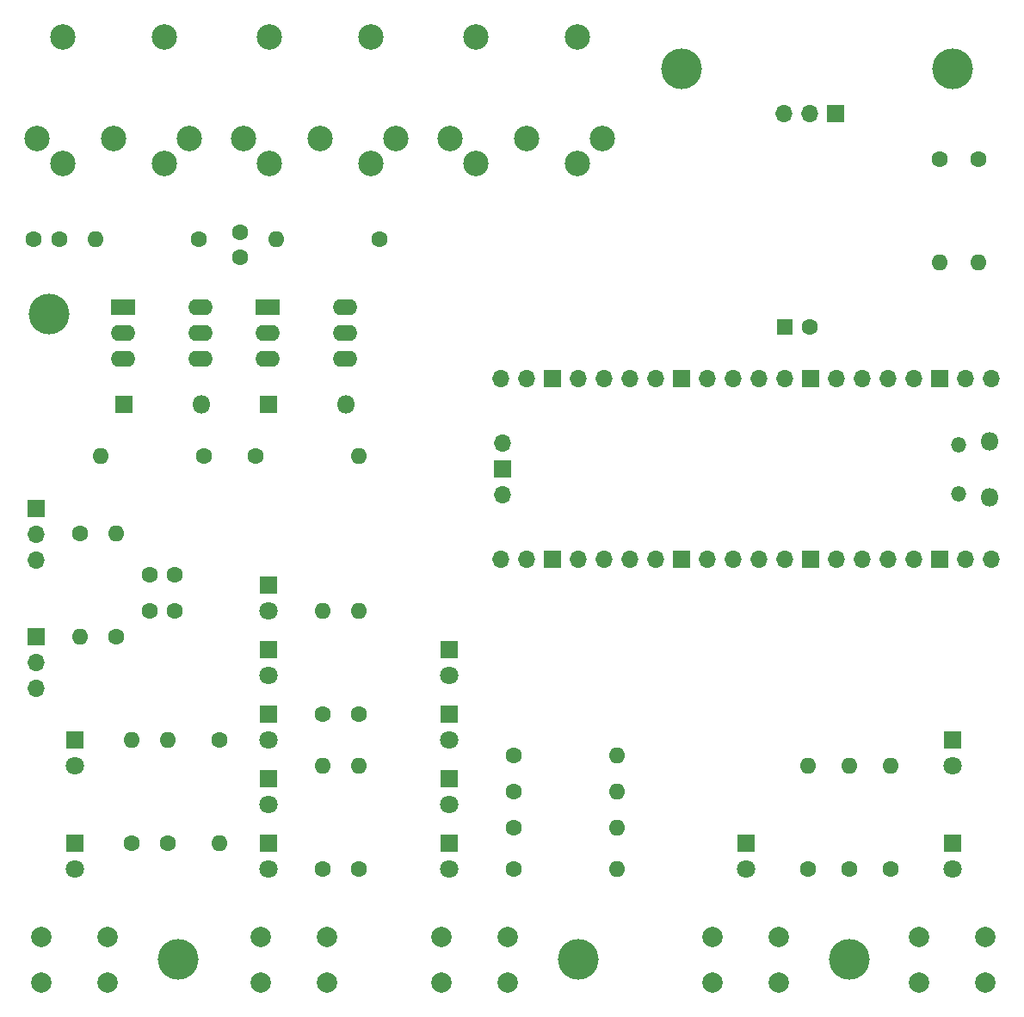
<source format=gts>
G04 #@! TF.GenerationSoftware,KiCad,Pcbnew,7.0.1*
G04 #@! TF.CreationDate,2023-07-01T12:51:21-04:00*
G04 #@! TF.ProjectId,ArpeggiatorV1.1,41727065-6767-4696-9174-6f7256312e31,rev?*
G04 #@! TF.SameCoordinates,Original*
G04 #@! TF.FileFunction,Soldermask,Top*
G04 #@! TF.FilePolarity,Negative*
%FSLAX46Y46*%
G04 Gerber Fmt 4.6, Leading zero omitted, Abs format (unit mm)*
G04 Created by KiCad (PCBNEW 7.0.1) date 2023-07-01 12:51:21*
%MOMM*%
%LPD*%
G01*
G04 APERTURE LIST*
%ADD10C,1.600000*%
%ADD11O,1.600000X1.600000*%
%ADD12R,1.800000X1.800000*%
%ADD13C,1.800000*%
%ADD14C,2.000000*%
%ADD15R,1.700000X1.700000*%
%ADD16O,1.700000X1.700000*%
%ADD17R,1.600000X1.600000*%
%ADD18C,4.000000*%
%ADD19O,1.800000X1.800000*%
%ADD20R,2.400000X1.600000*%
%ADD21O,2.400000X1.600000*%
%ADD22C,2.499360*%
%ADD23O,1.500000X1.500000*%
G04 APERTURE END LIST*
D10*
X73152000Y-57404000D03*
D11*
X62992000Y-57404000D03*
D10*
X48768000Y-116840000D03*
D11*
X48768000Y-106680000D03*
D12*
X43180000Y-106680000D03*
D13*
X43180000Y-109220000D03*
X62230000Y-119380000D03*
D12*
X62230000Y-116840000D03*
X80010000Y-104140000D03*
D13*
X80010000Y-106680000D03*
D14*
X112470000Y-130520000D03*
X105970000Y-130520000D03*
X112470000Y-126020000D03*
X105970000Y-126020000D03*
D10*
X86360000Y-108204000D03*
D11*
X96520000Y-108204000D03*
D15*
X39370000Y-96520000D03*
D16*
X39370000Y-99060000D03*
X39370000Y-101600000D03*
D10*
X47244000Y-96520000D03*
D11*
X47244000Y-86360000D03*
D17*
X113030000Y-66040000D03*
D10*
X115530000Y-66040000D03*
X59436000Y-56662000D03*
X59436000Y-59162000D03*
D15*
X39370000Y-83835000D03*
D16*
X39370000Y-86375000D03*
X39370000Y-88915000D03*
D14*
X46430000Y-130520000D03*
X39930000Y-130520000D03*
X46430000Y-126020000D03*
X39930000Y-126020000D03*
D18*
X129540000Y-40640000D03*
D10*
X71120000Y-119380000D03*
D11*
X71120000Y-109220000D03*
D10*
X50566000Y-90424000D03*
X53066000Y-90424000D03*
X67564000Y-104140000D03*
D11*
X67564000Y-93980000D03*
D12*
X62230000Y-97790000D03*
D13*
X62230000Y-100330000D03*
D10*
X128270000Y-49530000D03*
D11*
X128270000Y-59690000D03*
D12*
X80010000Y-97790000D03*
D13*
X80010000Y-100330000D03*
D18*
X92710000Y-128270000D03*
D14*
X85800000Y-130520000D03*
X79300000Y-130520000D03*
X85800000Y-126020000D03*
X79300000Y-126020000D03*
X68020000Y-130520000D03*
X61520000Y-130520000D03*
X68020000Y-126020000D03*
X61520000Y-126020000D03*
D10*
X119380000Y-119380000D03*
D11*
X119380000Y-109220000D03*
D12*
X62230000Y-91440000D03*
D13*
X62230000Y-93980000D03*
X62230000Y-113030000D03*
D12*
X62230000Y-110490000D03*
D10*
X50566000Y-93980000D03*
X53066000Y-93980000D03*
D18*
X53340000Y-128270000D03*
D14*
X132790000Y-130520000D03*
X126290000Y-130520000D03*
X132790000Y-126020000D03*
X126290000Y-126020000D03*
D10*
X43688000Y-86360000D03*
D11*
X43688000Y-96520000D03*
D18*
X119380000Y-128270000D03*
D12*
X62230000Y-73660000D03*
D19*
X69850000Y-73660000D03*
D10*
X115316000Y-119380000D03*
D11*
X115316000Y-109220000D03*
D20*
X62215000Y-64023000D03*
D21*
X62215000Y-66563000D03*
X62215000Y-69103000D03*
X69835000Y-69103000D03*
X69835000Y-66563000D03*
X69835000Y-64023000D03*
D12*
X129540000Y-116840000D03*
D13*
X129540000Y-119380000D03*
D18*
X102870000Y-40640000D03*
D12*
X43180000Y-116840000D03*
D13*
X43180000Y-119380000D03*
D10*
X86360000Y-115316000D03*
D11*
X96520000Y-115316000D03*
D12*
X80010000Y-116840000D03*
D13*
X80010000Y-119380000D03*
D10*
X67564000Y-119380000D03*
D11*
X67564000Y-109220000D03*
D10*
X52324000Y-116840000D03*
D11*
X52324000Y-106680000D03*
D10*
X41656000Y-57404000D03*
X39156000Y-57404000D03*
D20*
X47991000Y-64023000D03*
D21*
X47991000Y-66563000D03*
X47991000Y-69103000D03*
X55611000Y-69103000D03*
X55611000Y-66563000D03*
X55611000Y-64023000D03*
D10*
X55880000Y-78740000D03*
D11*
X45720000Y-78740000D03*
D12*
X80010000Y-110490000D03*
D13*
X80010000Y-113030000D03*
D12*
X129540000Y-106680000D03*
D13*
X129540000Y-109220000D03*
D10*
X86360000Y-119380000D03*
D11*
X96520000Y-119380000D03*
D12*
X109220000Y-116840000D03*
D13*
X109220000Y-119380000D03*
D10*
X71120000Y-104140000D03*
D11*
X71120000Y-93980000D03*
D18*
X40640000Y-64770000D03*
D10*
X86360000Y-111760000D03*
D11*
X96520000Y-111760000D03*
D10*
X60960000Y-78740000D03*
D11*
X71120000Y-78740000D03*
D12*
X48006000Y-73660000D03*
D19*
X55626000Y-73660000D03*
D10*
X132080000Y-49530000D03*
D11*
X132080000Y-59690000D03*
D10*
X57404000Y-106680000D03*
D11*
X57404000Y-116840000D03*
D12*
X62230000Y-104140000D03*
D13*
X62230000Y-106680000D03*
D10*
X55372000Y-57404000D03*
D11*
X45212000Y-57404000D03*
D10*
X123444000Y-119380000D03*
D11*
X123444000Y-109220000D03*
D15*
X118095000Y-45015000D03*
D16*
X115555000Y-45015000D03*
X113015000Y-45015000D03*
D22*
X41988740Y-37452300D03*
X51991260Y-37452300D03*
X54488080Y-47447200D03*
X46990000Y-47449740D03*
X39491920Y-47447200D03*
X51986180Y-49949100D03*
X41993820Y-49949100D03*
X62308740Y-37452300D03*
X72311260Y-37452300D03*
X74808080Y-47447200D03*
X67310000Y-47449740D03*
X59811920Y-47447200D03*
X72306180Y-49949100D03*
X62313820Y-49949100D03*
D19*
X133220000Y-82735000D03*
D23*
X130190000Y-82435000D03*
X130190000Y-77585000D03*
D19*
X133220000Y-77285000D03*
D16*
X133350000Y-88900000D03*
X130810000Y-88900000D03*
D15*
X128270000Y-88900000D03*
D16*
X125730000Y-88900000D03*
X123190000Y-88900000D03*
X120650000Y-88900000D03*
X118110000Y-88900000D03*
D15*
X115570000Y-88900000D03*
D16*
X113030000Y-88900000D03*
X110490000Y-88900000D03*
X107950000Y-88900000D03*
X105410000Y-88900000D03*
D15*
X102870000Y-88900000D03*
D16*
X100330000Y-88900000D03*
X97790000Y-88900000D03*
X95250000Y-88900000D03*
X92710000Y-88900000D03*
D15*
X90170000Y-88900000D03*
D16*
X87630000Y-88900000D03*
X85090000Y-88900000D03*
X85090000Y-71120000D03*
X87630000Y-71120000D03*
D15*
X90170000Y-71120000D03*
D16*
X92710000Y-71120000D03*
X95250000Y-71120000D03*
X97790000Y-71120000D03*
X100330000Y-71120000D03*
D15*
X102870000Y-71120000D03*
D16*
X105410000Y-71120000D03*
X107950000Y-71120000D03*
X110490000Y-71120000D03*
X113030000Y-71120000D03*
D15*
X115570000Y-71120000D03*
D16*
X118110000Y-71120000D03*
X120650000Y-71120000D03*
X123190000Y-71120000D03*
X125730000Y-71120000D03*
D15*
X128270000Y-71120000D03*
D16*
X130810000Y-71120000D03*
X133350000Y-71120000D03*
X85320000Y-82550000D03*
D15*
X85320000Y-80010000D03*
D16*
X85320000Y-77470000D03*
D22*
X82628740Y-37452300D03*
X92631260Y-37452300D03*
X95128080Y-47447200D03*
X87630000Y-47449740D03*
X80131920Y-47447200D03*
X92626180Y-49949100D03*
X82633820Y-49949100D03*
M02*

</source>
